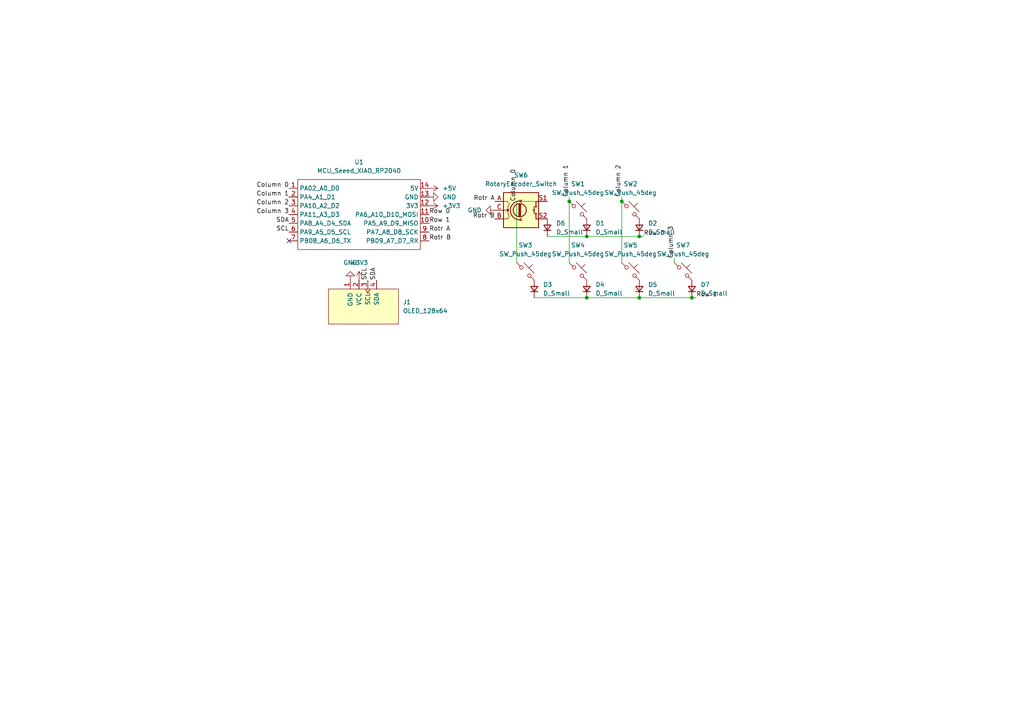
<source format=kicad_sch>
(kicad_sch (version 20250114) (generator "eeschema") (generator_version "9.0")
  (paper "A4")
  (lib_symbols
    (symbol "Device:D_Small" (pin_numbers (hide yes)) (pin_names (offset 0.254) (hide yes))
      (property "Reference" "D" (at -1.27 2.032 0))
      (property "Value" "D_Small" (at -3.81 -2.032 0))
      (symbol "D_Small_0_1"
        (polyline (pts (xy -0.762 0) (xy 0.762 0)))
        (polyline (pts (xy -0.762 -1.016) (xy -0.762 1.016)) (stroke (width 0.254)))
        (polyline (pts (xy 0.762 -1.016) (xy -0.762 0) (xy 0.762 1.016) (xy 0.762 -1.016)) (stroke (width 0.254)))
      )
      (symbol "D_Small_1_1"
        (pin passive line (at -2.54 0 0) (length 1.778) (name "K") (number "1"))
        (pin passive line (at 2.54 0 180) (length 1.778) (name "A") (number "2"))
      )
    )
    (symbol "Device:RotaryEncoder_Switch" (pin_names (offset 0.254) (hide yes))
      (property "Reference" "SW" (at 0 6.604 0))
      (property "Value" "RotaryEncoder_Switch" (at 0 -6.604 0))
      (symbol "RotaryEncoder_Switch_0_1"
        (rectangle (start -5.08 5.08) (end 5.08 -5.08) (stroke (width 0.254)) (fill (type background)))
        (polyline (pts (xy -5.08 2.54) (xy -3.81 2.54) (xy -3.81 2.032)))
        (polyline (pts (xy -5.08 0) (xy -3.81 0) (xy -3.81 -1.016) (xy -3.302 -2.032)))
        (polyline (pts (xy -5.08 -2.54) (xy -3.81 -2.54) (xy -3.81 -2.032)))
        (polyline (pts (xy -4.318 0) (xy -3.81 0) (xy -3.81 1.016) (xy -3.302 2.032)))
        (circle (center -3.81 0) (radius 0.254) (fill (type outline)))
        (polyline (pts (xy -0.635 -1.778) (xy -0.635 1.778)) (stroke (width 0.254)))
        (circle (center -0.381 0) (radius 1.905) (stroke (width 0.254)))
        (polyline (pts (xy -0.381 -1.778) (xy -0.381 1.778)) (stroke (width 0.254)))
        (arc (start -0.381 -2.794) (mid -3.0988 -0.0635) (end -0.381 2.667) (stroke (width 0.254)))
        (polyline (pts (xy -0.127 1.778) (xy -0.127 -1.778)) (stroke (width 0.254)))
        (polyline (pts (xy 0.254 2.921) (xy -0.508 2.667) (xy 0.127 2.286)) (stroke (width 0.254)))
        (polyline (pts (xy 0.254 -3.048) (xy -0.508 -2.794) (xy 0.127 -2.413)) (stroke (width 0.254)))
        (polyline (pts (xy 3.81 1.016) (xy 3.81 -1.016)) (stroke (width 0.254)))
        (polyline (pts (xy 3.81 0) (xy 3.429 0)) (stroke (width 0.254)))
        (circle (center 4.318 1.016) (radius 0.127) (stroke (width 0.254)))
        (circle (center 4.318 -1.016) (radius 0.127) (stroke (width 0.254)))
        (polyline (pts (xy 5.08 2.54) (xy 4.318 2.54) (xy 4.318 1.016)) (stroke (width 0.254)))
        (polyline (pts (xy 5.08 -2.54) (xy 4.318 -2.54) (xy 4.318 -1.016)) (stroke (width 0.254)))
      )
      (symbol "RotaryEncoder_Switch_1_1"
        (pin passive line (at -7.62 2.54 0) (length 2.54) (name "A") (number "A"))
        (pin passive line (at -7.62 0 0) (length 2.54) (name "C") (number "C"))
        (pin passive line (at -7.62 -2.54 0) (length 2.54) (name "B") (number "B"))
        (pin passive line (at 7.62 2.54 180) (length 2.54) (name "S1") (number "S1"))
        (pin passive line (at 7.62 -2.54 180) (length 2.54) (name "S2") (number "S2"))
      )
    )
    (symbol "ScottoKeebs:MCU_Seeed_XIAO_RP2040"
      (property "Reference" "U" (at -16.51 11.43 0))
      (property "Value" "MCU_Seeed_XIAO_RP2040" (at -3.81 -11.43 0))
      (symbol "MCU_Seeed_XIAO_RP2040_0_1"
        (rectangle (start -16.51 10.16) (end 19.05 -10.16))
      )
      (symbol "MCU_Seeed_XIAO_RP2040_1_1"
        (pin passive line (at -19.05 7.62 0) (length 2.54) (name "PA02_A0_D0") (number "1"))
        (pin passive line (at -19.05 5.08 0) (length 2.54) (name "PA4_A1_D1") (number "2"))
        (pin passive line (at -19.05 2.54 0) (length 2.54) (name "PA10_A2_D2") (number "3"))
        (pin passive line (at -19.05 0 0) (length 2.54) (name "PA11_A3_D3") (number "4"))
        (pin passive line (at -19.05 -2.54 0) (length 2.54) (name "PA8_A4_D4_SDA") (number "5"))
        (pin passive line (at -19.05 -5.08 0) (length 2.54) (name "PA9_A5_D5_SCL") (number "6"))
        (pin passive line (at -19.05 -7.62 0) (length 2.54) (name "PB08_A6_D6_TX") (number "7"))
        (pin passive line (at 21.59 7.62 180) (length 2.54) (name "5V") (number "14"))
        (pin passive line (at 21.59 5.08 180) (length 2.54) (name "GND") (number "13"))
        (pin passive line (at 21.59 2.54 180) (length 2.54) (name "3V3") (number "12"))
        (pin passive line (at 21.59 0 180) (length 2.54) (name "PA6_A10_D10_MOSI") (number "11"))
        (pin passive line (at 21.59 -2.54 180) (length 2.54) (name "PA5_A9_D9_MISO") (number "10"))
        (pin passive line (at 21.59 -5.08 180) (length 2.54) (name "PA7_A8_D8_SCK") (number "9"))
        (pin passive line (at 21.59 -7.62 180) (length 2.54) (name "PB09_A7_D7_RX") (number "8"))
      )
    )
    (symbol "ScottoKeebs:OLED_128x64" (pin_names (offset 1.016))
      (property "Reference" "J" (at 0 -11.43 0))
      (property "Value" "OLED_128x64" (at 0 -7.62 0))
      (symbol "OLED_128x64_0_1"
        (rectangle (start 10.16 -10.16) (end -10.16 0) (fill (type background)))
      )
      (symbol "OLED_128x64_1_1"
        (pin power_in line (at -3.81 2.54 270) (length 2.54) (name "GND") (number "1"))
        (pin power_in line (at -1.27 2.54 270) (length 2.54) (name "VCC") (number "2"))
        (pin input clock (at 1.27 2.54 270) (length 2.54) (name "SCL") (number "3"))
        (pin bidirectional line (at 3.81 2.54 270) (length 2.54) (name "SDA") (number "4"))
      )
    )
    (symbol "Switch:SW_Push_45deg" (pin_numbers (hide yes)) (pin_names (offset 1.016) (hide yes))
      (property "Reference" "SW" (at 3.048 1.016 0))
      (property "Value" "SW_Push_45deg" (at 0 -3.81 0))
      (symbol "SW_Push_45deg_0_1"
        (polyline (pts (xy -2.54 2.54) (xy -1.524 1.524) (xy -1.524 1.524)))
        (circle (center -1.1684 1.1684) (radius 0.508))
        (polyline (pts (xy -0.508 2.54) (xy 2.54 -0.508)))
        (polyline (pts (xy 1.016 1.016) (xy 2.032 2.032)))
        (circle (center 1.143 -1.1938) (radius 0.508))
        (polyline (pts (xy 1.524 -1.524) (xy 2.54 -2.54) (xy 2.54 -2.54) (xy 2.54 -2.54)))
        (pin passive line (at -2.54 2.54 0) (length 0) (name "1") (number "1"))
        (pin passive line (at 2.54 -2.54 180) (length 0) (name "2") (number "2"))
      )
    )
    (symbol "power:+3V3" (power) (pin_numbers (hide yes)) (pin_names (offset 0) (hide yes))
      (property "Value" "+3V3" (at 0 3.556 0))
      (symbol "+3V3_0_1"
        (polyline (pts (xy -0.762 1.27) (xy 0 2.54)))
        (polyline (pts (xy 0 2.54) (xy 0.762 1.27)))
        (polyline (pts (xy 0 0) (xy 0 2.54)))
      )
      (symbol "+3V3_1_1"
        (pin power_in line (at 0 0 90) (length 0) (name "~") (number "1"))
      )
    )
    (symbol "power:+5V" (power) (pin_numbers (hide yes)) (pin_names (offset 0) (hide yes))
      (property "Value" "+5V" (at 0 3.556 0))
      (symbol "+5V_0_1"
        (polyline (pts (xy -0.762 1.27) (xy 0 2.54)))
        (polyline (pts (xy 0 2.54) (xy 0.762 1.27)))
        (polyline (pts (xy 0 0) (xy 0 2.54)))
      )
      (symbol "+5V_1_1"
        (pin power_in line (at 0 0 90) (length 0) (name "~") (number "1"))
      )
    )
    (symbol "power:GND" (power) (pin_numbers (hide yes)) (pin_names (offset 0) (hide yes))
      (property "Value" "GND" (at 0 -3.81 0))
      (symbol "GND_0_1"
        (polyline (pts (xy 0 0) (xy 0 -1.27) (xy 1.27 -1.27) (xy 0 -2.54) (xy -1.27 -1.27) (xy 0 -1.27)))
      )
      (symbol "GND_1_1"
        (pin power_in line (at 0 0 270) (length 0) (name "~") (number "1"))
      )
    )
  )
  (junction (at 185.42 68.58))
  (junction (at 200.66 86.36))
  (junction (at 180.34 58.42))
  (junction (at 170.18 68.58))
  (junction (at 170.18 86.36))
  (junction (at 165.1 58.42))
  (junction (at 185.42 86.36))
  (no_connect (at 83.82 69.85))
  (wire (pts (xy 180.34 57.15) (xy 180.34 58.42)))
  (wire (pts (xy 149.86 58.42) (xy 158.75 58.42)))
  (wire (pts (xy 165.1 57.15) (xy 165.1 58.42)))
  (wire (pts (xy 200.66 86.36) (xy 185.42 86.36)))
  (wire (pts (xy 195.58 74.93) (xy 195.58 76.2)))
  (wire (pts (xy 154.94 86.36) (xy 170.18 86.36)))
  (wire (pts (xy 170.18 68.58) (xy 185.42 68.58)))
  (wire (pts (xy 180.34 58.42) (xy 180.34 76.2)))
  (wire (pts (xy 201.93 86.36) (xy 200.66 86.36)))
  (wire (pts (xy 186.69 68.58) (xy 185.42 68.58)))
  (wire (pts (xy 170.18 86.36) (xy 185.42 86.36)))
  (wire (pts (xy 165.1 58.42) (xy 165.1 76.2)))
  (wire (pts (xy 149.86 76.2) (xy 149.86 58.42)))
  (wire (pts (xy 158.75 68.58) (xy 170.18 68.58)))
  (label "Rotr B" (at 143.51 63.5 180))
  (label "Rotr A" (at 124.46 67.31 0))
  (label "SCL" (at 106.68 81.28 90))
  (label "Rotr B" (at 124.46 69.85 0))
  (label "Row 1" (at 201.93 86.36 0))
  (label "Row 1" (at 124.46 64.77 0))
  (label "Column 1" (at 83.82 57.15 180))
  (label "Rotr A" (at 143.51 58.42 180))
  (label "SDA" (at 109.22 81.28 90))
  (label "Column 0" (at 149.86 58.42 90))
  (label "Row 0" (at 186.69 68.58 0))
  (label "SDA" (at 83.82 64.77 180))
  (label "Column 0" (at 83.82 54.61 180))
  (label "Column 1" (at 165.1 57.15 90))
  (label "Column 2" (at 180.34 57.15 90))
  (label "Row 0" (at 124.46 62.23 0))
  (label "SCL" (at 83.82 67.31 180))
  (label "Column 3" (at 195.58 74.93 90))
  (label "Column 3" (at 83.82 62.23 180))
  (label "Column 2" (at 83.82 59.69 180))
  (symbol (lib_id "Switch:SW_Push_45deg") (at 198.12 78.74 0) (unit 1)
    (property "Reference" "SW7" (at 198.12 71.12 0))
    (property "Value" "SW_Push_45deg" (at 198.12 73.66 0))
    (property "Footprint" "ScottoKeebs_MX:MX_PCB_1.00u" (effects (hide yes)))
    (property "Description" "Push button switch, normally open, two pins, 45° tilted" (effects (hide yes)))
  )
  (symbol (lib_id "Switch:SW_Push_45deg") (at 167.64 78.74 0) (unit 1)
    (property "Reference" "SW4" (at 167.64 71.12 0))
    (property "Value" "SW_Push_45deg" (at 167.64 73.66 0))
    (property "Footprint" "ScottoKeebs_MX:MX_PCB_1.00u" (effects (hide yes)))
    (property "Description" "Push button switch, normally open, two pins, 45° tilted" (effects (hide yes)))
  )
  (symbol (lib_id "Switch:SW_Push_45deg") (at 182.88 78.74 0) (unit 1)
    (property "Reference" "SW5" (at 182.88 71.12 0))
    (property "Value" "SW_Push_45deg" (at 182.88 73.66 0))
    (property "Footprint" "ScottoKeebs_MX:MX_PCB_1.00u" (effects (hide yes)))
    (property "Description" "Push button switch, normally open, two pins, 45° tilted" (effects (hide yes)))
  )
  (symbol (lib_id "ScottoKeebs:OLED_128x64") (at 105.41 83.82 0) (unit 1)
    (property "Reference" "J1" (at 116.84 87.6299 0) (effects (justify left)))
    (property "Value" "OLED_128x64" (at 116.84 90.1699 0) (effects (justify left)))
    (property "Footprint" "ScottoKeebs_Components:OLED_128x64" (effects (hide yes)))
  )
  (symbol (lib_id "Switch:SW_Push_45deg") (at 182.88 60.96 0) (unit 1)
    (property "Reference" "SW2" (at 182.88 53.34 0))
    (property "Value" "SW_Push_45deg" (at 182.88 55.88 0))
    (property "Footprint" "ScottoKeebs_MX:MX_PCB_1.00u" (effects (hide yes)))
    (property "Description" "Push button switch, normally open, two pins, 45° tilted" (effects (hide yes)))
  )
  (symbol (lib_id "power:GND") (at 101.6 81.28 180) (unit 1)
    (property "Reference" "#PWR04" (effects (hide yes)))
    (property "Value" "GND" (at 101.6 76.2 0))
    (property "Description" "Power symbol creates a global label with name \"GND\" , ground" (effects (hide yes)))
  )
  (symbol (lib_id "power:+3V3") (at 104.14 81.28 0) (unit 1)
    (property "Reference" "#PWR02" (effects (hide yes)))
    (property "Value" "+3V3" (at 104.14 76.2 0))
    (property "Description" "Power symbol creates a global label with name \"+3V3\"" (effects (hide yes)))
  )
  (symbol (lib_id "power:+3V3") (at 124.46 59.69 270) (unit 1)
    (property "Reference" "#PWR01" (effects (hide yes)))
    (property "Value" "+3V3" (at 128.27 59.6899 90) (effects (justify left)))
    (property "Description" "Power symbol creates a global label with name \"+3V3\"" (effects (hide yes)))
  )
  (symbol (lib_id "Device:D_Small") (at 200.66 83.82 90) (unit 1)
    (property "Reference" "D7" (at 203.2 82.5499 90) (effects (justify right)))
    (property "Value" "D_Small" (at 203.2 85.0899 90) (effects (justify right)))
    (property "Footprint" "ScottoKeebs_Components:Diode_DO-35" (effects (hide yes)))
    (property "Description" "Diode, small symbol" (effects (hide yes)))
    (property "Sim.Device" "D" (effects (hide yes)))
    (property "Sim.Pins" "1=K 2=A" (effects (hide yes)))
  )
  (symbol (lib_id "Switch:SW_Push_45deg") (at 167.64 60.96 0) (unit 1)
    (property "Reference" "SW1" (at 167.64 53.34 0))
    (property "Value" "SW_Push_45deg" (at 167.64 55.88 0))
    (property "Footprint" "ScottoKeebs_MX:MX_PCB_1.00u" (effects (hide yes)))
    (property "Description" "Push button switch, normally open, two pins, 45° tilted" (effects (hide yes)))
  )
  (symbol (lib_id "Device:D_Small") (at 185.42 66.04 90) (unit 1)
    (property "Reference" "D2" (at 187.96 64.7699 90) (effects (justify right)))
    (property "Value" "D_Small" (at 187.96 67.3099 90) (effects (justify right)))
    (property "Footprint" "ScottoKeebs_Components:Diode_DO-35" (effects (hide yes)))
    (property "Description" "Diode, small symbol" (effects (hide yes)))
    (property "Sim.Device" "D" (effects (hide yes)))
    (property "Sim.Pins" "1=K 2=A" (effects (hide yes)))
  )
  (symbol (lib_id "ScottoKeebs:MCU_Seeed_XIAO_RP2040") (at 102.87 62.23 0) (unit 1)
    (property "Reference" "U1" (at 104.14 46.99 0))
    (property "Value" "MCU_Seeed_XIAO_RP2040" (at 104.14 49.53 0))
    (property "Footprint" "ScottoKeebs_MCU:Seeed_XIAO_RP2040" (effects (hide yes)))
  )
  (symbol (lib_id "Device:D_Small") (at 185.42 83.82 90) (unit 1)
    (property "Reference" "D5" (at 187.96 82.5499 90) (effects (justify right)))
    (property "Value" "D_Small" (at 187.96 85.0899 90) (effects (justify right)))
    (property "Footprint" "ScottoKeebs_Components:Diode_DO-35" (effects (hide yes)))
    (property "Description" "Diode, small symbol" (effects (hide yes)))
    (property "Sim.Device" "D" (effects (hide yes)))
    (property "Sim.Pins" "1=K 2=A" (effects (hide yes)))
  )
  (symbol (lib_id "Device:D_Small") (at 170.18 83.82 90) (unit 1)
    (property "Reference" "D4" (at 172.72 82.5499 90) (effects (justify right)))
    (property "Value" "D_Small" (at 172.72 85.0899 90) (effects (justify right)))
    (property "Footprint" "ScottoKeebs_Components:Diode_DO-35" (effects (hide yes)))
    (property "Description" "Diode, small symbol" (effects (hide yes)))
    (property "Sim.Device" "D" (effects (hide yes)))
    (property "Sim.Pins" "1=K 2=A" (effects (hide yes)))
  )
  (symbol (lib_id "Switch:SW_Push_45deg") (at 152.4 78.74 0) (unit 1)
    (property "Reference" "SW3" (at 152.4 71.12 0))
    (property "Value" "SW_Push_45deg" (at 152.4 73.66 0))
    (property "Footprint" "ScottoKeebs_MX:MX_PCB_1.00u" (effects (hide yes)))
    (property "Description" "Push button switch, normally open, two pins, 45° tilted" (effects (hide yes)))
  )
  (symbol (lib_id "Device:D_Small") (at 154.94 83.82 90) (unit 1)
    (property "Reference" "D3" (at 157.48 82.5499 90) (effects (justify right)))
    (property "Value" "D_Small" (at 157.48 85.0899 90) (effects (justify right)))
    (property "Footprint" "ScottoKeebs_Components:Diode_DO-35" (effects (hide yes)))
    (property "Description" "Diode, small symbol" (effects (hide yes)))
    (property "Sim.Device" "D" (effects (hide yes)))
    (property "Sim.Pins" "1=K 2=A" (effects (hide yes)))
  )
  (symbol (lib_id "power:GND") (at 124.46 57.15 90) (unit 1)
    (property "Reference" "#PWR03" (effects (hide yes)))
    (property "Value" "GND" (at 128.27 57.1499 90) (effects (justify right)))
    (property "Description" "Power symbol creates a global label with name \"GND\" , ground" (effects (hide yes)))
  )
  (symbol (lib_id "Device:D_Small") (at 170.18 66.04 90) (unit 1)
    (property "Reference" "D1" (at 172.72 64.7699 90) (effects (justify right)))
    (property "Value" "D_Small" (at 172.72 67.3099 90) (effects (justify right)))
    (property "Footprint" "ScottoKeebs_Components:Diode_DO-35" (effects (hide yes)))
    (property "Description" "Diode, small symbol" (effects (hide yes)))
    (property "Sim.Device" "D" (effects (hide yes)))
    (property "Sim.Pins" "1=K 2=A" (effects (hide yes)))
  )
  (symbol (lib_id "power:+5V") (at 124.46 54.61 270) (unit 1)
    (property "Reference" "#PWR06" (effects (hide yes)))
    (property "Value" "+5V" (at 128.27 54.6099 90) (effects (justify left)))
    (property "Description" "Power symbol creates a global label with name \"+5V\"" (effects (hide yes)))
  )
  (symbol (lib_id "power:GND") (at 143.51 60.96 270) (unit 1)
    (property "Reference" "#PWR05" (effects (hide yes)))
    (property "Value" "GND" (at 139.7 60.9599 90) (effects (justify right)))
    (property "Description" "Power symbol creates a global label with name \"GND\" , ground" (effects (hide yes)))
  )
  (symbol (lib_id "Device:RotaryEncoder_Switch") (at 151.13 60.96 0) (unit 1)
    (property "Reference" "SW6" (at 151.13 50.8 0))
    (property "Value" "RotaryEncoder_Switch" (at 151.13 53.34 0))
    (property "Footprint" "ScottoKeebs_Scotto:Encoder_EC11_MX" (effects (hide yes)))
    (property "Description" "Rotary encoder, dual channel, incremental quadrate outputs, with switch" (effects (hide yes)))
  )
  (symbol (lib_id "Device:D_Small") (at 158.75 66.04 90) (unit 1)
    (property "Reference" "D6" (at 161.29 64.7699 90) (effects (justify right)))
    (property "Value" "D_Small" (at 161.29 67.3099 90) (effects (justify right)))
    (property "Footprint" "ScottoKeebs_Components:Diode_DO-35" (effects (hide yes)))
    (property "Description" "Diode, small symbol" (effects (hide yes)))
    (property "Sim.Device" "D" (effects (hide yes)))
    (property "Sim.Pins" "1=K 2=A" (effects (hide yes)))
  )
)
</source>
